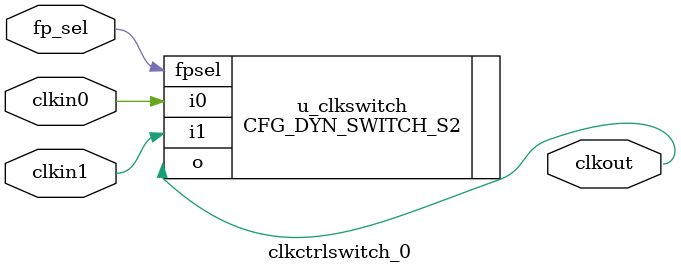
<source format=v>

module clkctrlswitch_0(
    clkin0,
    clkin1,
    fp_sel,
    clkout
);

input clkin0;
input clkin1;
input fp_sel;
output clkout;

CFG_DYN_SWITCH_S2 #(
        .SEL (2'b11),
        .gclk_mux (0)
)
u_clkswitch (
        .o (clkout),
        .i0 (clkin0),
        .i1 (clkin1),
        .fpsel (fp_sel)
);

endmodule

// ============================================================
//                  clkctrlswitch Setting
//
// Warning: This part is read by Fuxi, please don't modify it.
// ============================================================
// Device          : H1D03N0L144C7
// Module          : clkctrlswitch_0
// IP core         : clkctrlswitch
// IP Version      : 1

// Mux             : 0
// Simulation Files: 
// Synthesis Files : 

</source>
